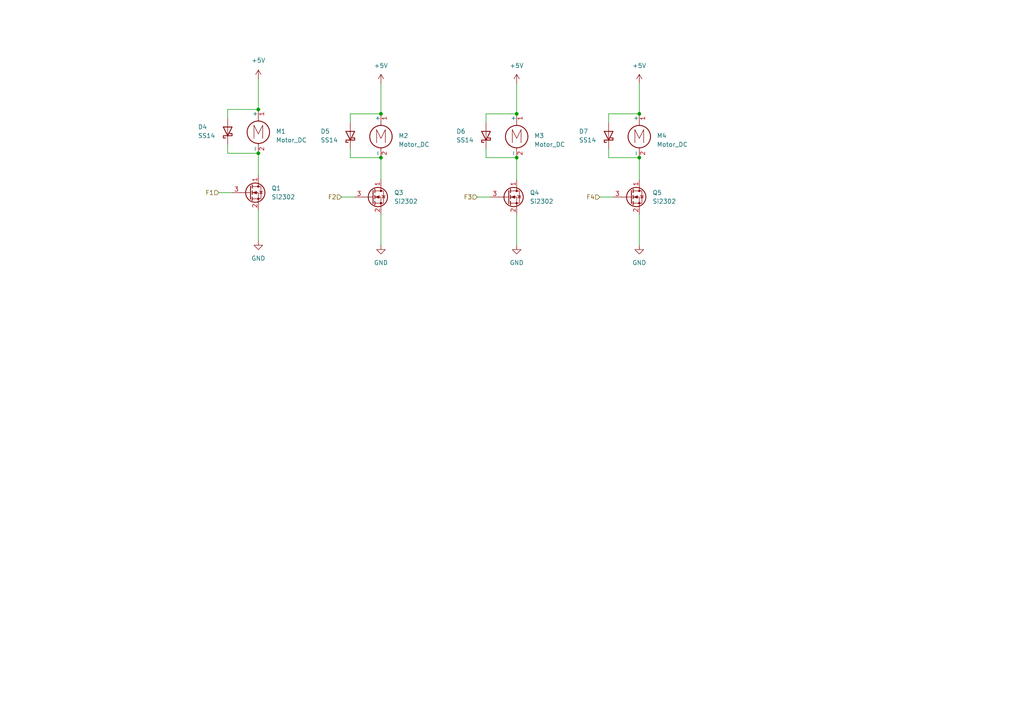
<source format=kicad_sch>
(kicad_sch (version 20231120) (generator "eeschema") (generator_version "8.0")
  (paper "A4")
  (lib_symbols
    (symbol "Device:Q_NMOS_DSG" (pin_names (offset 0) hide)
      (property "Reference" "Q" (at 5.08 1.27 0))
      (property "Value" "Q_NMOS_DSG" (at 5.08 -1.27 0))
      (symbol "Q_NMOS_DSG_0_1"
        (polyline (pts (xy 0.254 0) (xy -2.54 0)))
        (polyline (pts (xy 0.254 1.905) (xy 0.254 -1.905)) (stroke (width 0.254)))
        (polyline (pts (xy 0.762 -1.27) (xy 0.762 -2.286)) (stroke (width 0.254)))
        (polyline (pts (xy 0.762 0.508) (xy 0.762 -0.508)) (stroke (width 0.254)))
        (polyline (pts (xy 0.762 2.286) (xy 0.762 1.27)) (stroke (width 0.254)))
        (polyline (pts (xy 2.54 2.54) (xy 2.54 1.778)))
        (polyline (pts (xy 2.54 -2.54) (xy 2.54 0) (xy 0.762 0)))
        (polyline (pts (xy 0.762 -1.778) (xy 3.302 -1.778) (xy 3.302 1.778) (xy 0.762 1.778)))
        (polyline (pts (xy 1.016 0) (xy 2.032 0.381) (xy 2.032 -0.381) (xy 1.016 0)) (fill (type outline)))
        (polyline (pts (xy 2.794 0.508) (xy 2.921 0.381) (xy 3.683 0.381) (xy 3.81 0.254)))
        (polyline (pts (xy 3.302 0.381) (xy 2.921 -0.254) (xy 3.683 -0.254) (xy 3.302 0.381)))
        (circle (center 1.651 0) (radius 2.794) (stroke (width 0.254)))
        (circle (center 2.54 -1.778) (radius 0.254) (fill (type outline)))
        (circle (center 2.54 1.778) (radius 0.254) (fill (type outline)))
      )
      (symbol "Q_NMOS_DSG_1_1"
        (pin passive line (at 2.54 5.08 270) (length 2.54) (name "D") (number "1"))
        (pin passive line (at 2.54 -5.08 90) (length 2.54) (name "S") (number "2"))
        (pin input line (at -5.08 0 0) (length 2.54) (name "G") (number "3"))
      )
    )
    (symbol "Diode:SS14" (pin_numbers hide) (pin_names (offset 1.016) hide)
      (property "Reference" "D" (at 0 2.54 0))
      (property "Value" "SS14" (at 0 -2.54 0))
      (symbol "SS14_0_1"
        (polyline (pts (xy 1.27 0) (xy -1.27 0)))
        (polyline (pts (xy 1.27 1.27) (xy 1.27 -1.27) (xy -1.27 0) (xy 1.27 1.27)) (stroke (width 0.254)))
        (polyline (pts (xy -1.905 0.635) (xy -1.905 1.27) (xy -1.27 1.27) (xy -1.27 -1.27) (xy -0.635 -1.27) (xy -0.635 -0.635)) (stroke (width 0.254)))
      )
      (symbol "SS14_1_1"
        (pin passive line (at -3.81 0 0) (length 2.54) (name "K") (number "1"))
        (pin passive line (at 3.81 0 180) (length 2.54) (name "A") (number "2"))
      )
    )
    (symbol "Motor:Motor_DC" (pin_names (offset 0))
      (property "Reference" "M" (at 2.54 2.54 0))
      (property "Value" "Motor_DC" (at 2.54 -5.08 0))
      (symbol "Motor_DC_0_0"
        (polyline (pts (xy -1.27 -3.302) (xy -1.27 0.508) (xy 0 -2.032) (xy 1.27 0.508) (xy 1.27 -3.302)))
      )
      (symbol "Motor_DC_0_1"
        (circle (center 0 -1.524) (radius 3.2512) (stroke (width 0.254)))
        (polyline (pts (xy 0 -7.62) (xy 0 -7.112)))
        (polyline (pts (xy 0 -4.7752) (xy 0 -5.1816)))
        (polyline (pts (xy 0 1.7272) (xy 0 2.0828)))
        (polyline (pts (xy 0 2.032) (xy 0 2.54)))
      )
      (symbol "Motor_DC_1_1"
        (pin passive line (at 0 5.08 270) (length 2.54) (name "+") (number "1"))
        (pin passive line (at 0 -7.62 90) (length 2.54) (name "-") (number "2"))
      )
    )
    (symbol "power:+12V" (power) (pin_numbers hide) (pin_names (offset 0) hide)
      (property "Value" "+12V" (at 0 3.556 0))
      (symbol "+12V_0_1"
        (polyline (pts (xy -0.762 1.27) (xy 0 2.54)))
        (polyline (pts (xy 0 0) (xy 0 2.54)))
        (polyline (pts (xy 0 2.54) (xy 0.762 1.27)))
      )
      (symbol "+12V_1_1"
        (pin power_in line (at 0 0 90) (length 0) (name "~") (number "1"))
      )
    )
    (symbol "power:GND" (power) (pin_numbers hide) (pin_names (offset 0) hide)
      (property "Value" "GND" (at 0 -3.81 0))
      (symbol "GND_0_1"
        (polyline (pts (xy 0 0) (xy 0 -1.27) (xy 1.27 -1.27) (xy 0 -2.54) (xy -1.27 -1.27) (xy 0 -1.27)))
      )
      (symbol "GND_1_1"
        (pin power_in line (at 0 0 270) (length 0) (name "~") (number "1"))
      )
    )
  )
  (junction (at 185.42 45.72))
  (junction (at 74.93 31.75))
  (junction (at 74.93 44.45))
  (junction (at 149.86 45.72))
  (junction (at 185.42 33.02))
  (junction (at 110.49 33.02))
  (junction (at 149.86 33.02))
  (junction (at 110.49 45.72))
  (wire (pts (xy 140.97 43.18) (xy 140.97 45.72)))
  (wire (pts (xy 66.04 31.75) (xy 74.93 31.75)))
  (wire (pts (xy 140.97 45.72) (xy 149.86 45.72)))
  (wire (pts (xy 74.93 22.86) (xy 74.93 31.75)))
  (wire (pts (xy 66.04 41.91) (xy 66.04 44.45)))
  (wire (pts (xy 99.06 57.15) (xy 102.87 57.15)))
  (wire (pts (xy 101.6 33.02) (xy 101.6 35.56)))
  (wire (pts (xy 74.93 44.45) (xy 74.93 50.8)))
  (wire (pts (xy 176.53 33.02) (xy 176.53 35.56)))
  (wire (pts (xy 101.6 33.02) (xy 110.49 33.02)))
  (wire (pts (xy 185.42 62.23) (xy 185.42 71.12)))
  (wire (pts (xy 173.99 57.15) (xy 177.8 57.15)))
  (wire (pts (xy 140.97 33.02) (xy 149.86 33.02)))
  (wire (pts (xy 176.53 45.72) (xy 185.42 45.72)))
  (wire (pts (xy 185.42 24.13) (xy 185.42 33.02)))
  (wire (pts (xy 176.53 43.18) (xy 176.53 45.72)))
  (wire (pts (xy 63.5 55.88) (xy 67.31 55.88)))
  (wire (pts (xy 66.04 44.45) (xy 74.93 44.45)))
  (wire (pts (xy 101.6 45.72) (xy 110.49 45.72)))
  (wire (pts (xy 149.86 24.13) (xy 149.86 33.02)))
  (wire (pts (xy 74.93 60.96) (xy 74.93 69.85)))
  (wire (pts (xy 138.43 57.15) (xy 142.24 57.15)))
  (wire (pts (xy 110.49 62.23) (xy 110.49 71.12)))
  (wire (pts (xy 66.04 31.75) (xy 66.04 34.29)))
  (wire (pts (xy 149.86 45.72) (xy 149.86 52.07)))
  (wire (pts (xy 185.42 45.72) (xy 185.42 52.07)))
  (wire (pts (xy 140.97 33.02) (xy 140.97 35.56)))
  (wire (pts (xy 110.49 45.72) (xy 110.49 52.07)))
  (wire (pts (xy 149.86 62.23) (xy 149.86 71.12)))
  (wire (pts (xy 101.6 43.18) (xy 101.6 45.72)))
  (wire (pts (xy 110.49 24.13) (xy 110.49 33.02)))
  (wire (pts (xy 176.53 33.02) (xy 185.42 33.02)))
  (hierarchical_label "F4" (shape input) (at 173.99 57.15 180))
  (hierarchical_label "F1" (shape input) (at 63.5 55.88 180))
  (hierarchical_label "F3" (shape input) (at 138.43 57.15 180))
  (hierarchical_label "F2" (shape input) (at 99.06 57.15 180))
  (symbol (lib_id "power:+12V") (at 110.49 24.13 0) (unit 1)
    (property "Reference" "#PWR026" (effects (hide yes)))
    (property "Value" "+5V" (at 110.49 19.05 0))
    (property "Description" "Power symbol creates a global label with name \"+12V\"" (effects (hide yes)))
  )
  (symbol (lib_id "Motor:Motor_DC") (at 74.93 36.83 0) (unit 1)
    (property "Reference" "M1" (at 80.01 38.0999 0) (effects (justify left)))
    (property "Value" "Motor_DC" (at 80.01 40.6399 0) (effects (justify left)))
    (property "Description" "DC Motor" (effects (hide yes)))
  )
  (symbol (lib_id "Diode:SS14") (at 66.04 38.1 90) (unit 1)
    (property "Reference" "D4" (at 57.404 36.83 90) (effects (justify right)))
    (property "Value" "SS14" (at 57.404 39.37 90) (effects (justify right)))
    (property "Footprint" "Diode_SMD:D_SMA" (effects (hide yes)))
    (property "Datasheet" "https://www.vishay.com/docs/88746/ss12.pdf" (effects (hide yes)))
    (property "Description" "40V 1A Schottky Diode, SMA" (effects (hide yes)))
  )
  (symbol (lib_id "power:+12V") (at 149.86 24.13 0) (unit 1)
    (property "Reference" "#PWR028" (effects (hide yes)))
    (property "Value" "+5V" (at 149.86 19.05 0))
    (property "Description" "Power symbol creates a global label with name \"+12V\"" (effects (hide yes)))
  )
  (symbol (lib_id "Diode:SS14") (at 176.53 39.37 90) (unit 1)
    (property "Reference" "D7" (at 167.894 38.1 90) (effects (justify right)))
    (property "Value" "SS14" (at 167.894 40.64 90) (effects (justify right)))
    (property "Footprint" "Diode_SMD:D_SMA" (effects (hide yes)))
    (property "Datasheet" "https://www.vishay.com/docs/88746/ss12.pdf" (effects (hide yes)))
    (property "Description" "40V 1A Schottky Diode, SMA" (effects (hide yes)))
  )
  (symbol (lib_id "power:GND") (at 74.93 69.85 0) (unit 1)
    (property "Reference" "#PWR025" (effects (hide yes)))
    (property "Value" "GND" (at 74.93 74.93 0))
    (property "Description" "Power symbol creates a global label with name \"GND\" , ground" (effects (hide yes)))
  )
  (symbol (lib_id "power:GND") (at 110.49 71.12 0) (unit 1)
    (property "Reference" "#PWR027" (effects (hide yes)))
    (property "Value" "GND" (at 110.49 76.2 0))
    (property "Description" "Power symbol creates a global label with name \"GND\" , ground" (effects (hide yes)))
  )
  (symbol (lib_id "Device:Q_NMOS_DSG") (at 147.32 57.15 0) (unit 1)
    (property "Reference" "Q4" (at 153.67 55.8799 0) (effects (justify left)))
    (property "Value" "Si2302" (at 153.67 58.4199 0) (effects (justify left)))
    (property "Footprint" "Si2302CDS:SOT95P237X111-3N" (effects (hide yes)))
    (property "Description" "N-MOSFET transistor, drain/source/gate" (effects (hide yes)))
  )
  (symbol (lib_id "Motor:Motor_DC") (at 149.86 38.1 0) (unit 1)
    (property "Reference" "M3" (at 154.94 39.3699 0) (effects (justify left)))
    (property "Value" "Motor_DC" (at 154.94 41.9099 0) (effects (justify left)))
    (property "Description" "DC Motor" (effects (hide yes)))
  )
  (symbol (lib_id "Motor:Motor_DC") (at 185.42 38.1 0) (unit 1)
    (property "Reference" "M4" (at 190.5 39.3699 0) (effects (justify left)))
    (property "Value" "Motor_DC" (at 190.5 41.9099 0) (effects (justify left)))
    (property "Description" "DC Motor" (effects (hide yes)))
  )
  (symbol (lib_id "Device:Q_NMOS_DSG") (at 107.95 57.15 0) (unit 1)
    (property "Reference" "Q3" (at 114.3 55.8799 0) (effects (justify left)))
    (property "Value" "Si2302" (at 114.3 58.4199 0) (effects (justify left)))
    (property "Footprint" "Si2302CDS:SOT95P237X111-3N" (effects (hide yes)))
    (property "Description" "N-MOSFET transistor, drain/source/gate" (effects (hide yes)))
  )
  (symbol (lib_id "Device:Q_NMOS_DSG") (at 182.88 57.15 0) (unit 1)
    (property "Reference" "Q5" (at 189.23 55.8799 0) (effects (justify left)))
    (property "Value" "Si2302" (at 189.23 58.4199 0) (effects (justify left)))
    (property "Footprint" "Si2302CDS:SOT95P237X111-3N" (effects (hide yes)))
    (property "Description" "N-MOSFET transistor, drain/source/gate" (effects (hide yes)))
  )
  (symbol (lib_id "power:+12V") (at 74.93 22.86 0) (unit 1)
    (property "Reference" "#PWR024" (effects (hide yes)))
    (property "Value" "+5V" (at 72.898 17.526 0) (effects (justify left)))
    (property "Description" "Power symbol creates a global label with name \"+12V\"" (effects (hide yes)))
  )
  (symbol (lib_id "power:+12V") (at 185.42 24.13 0) (unit 1)
    (property "Reference" "#PWR030" (effects (hide yes)))
    (property "Value" "+5V" (at 185.42 19.05 0))
    (property "Description" "Power symbol creates a global label with name \"+12V\"" (effects (hide yes)))
  )
  (symbol (lib_id "power:GND") (at 185.42 71.12 0) (unit 1)
    (property "Reference" "#PWR040" (effects (hide yes)))
    (property "Value" "GND" (at 185.42 76.2 0))
    (property "Description" "Power symbol creates a global label with name \"GND\" , ground" (effects (hide yes)))
  )
  (symbol (lib_id "Diode:SS14") (at 101.6 39.37 90) (unit 1)
    (property "Reference" "D5" (at 92.964 38.1 90) (effects (justify right)))
    (property "Value" "SS14" (at 92.964 40.64 90) (effects (justify right)))
    (property "Footprint" "Diode_SMD:D_SMA" (effects (hide yes)))
    (property "Datasheet" "https://www.vishay.com/docs/88746/ss12.pdf" (effects (hide yes)))
    (property "Description" "40V 1A Schottky Diode, SMA" (effects (hide yes)))
  )
  (symbol (lib_id "Motor:Motor_DC") (at 110.49 38.1 0) (unit 1)
    (property "Reference" "M2" (at 115.57 39.3699 0) (effects (justify left)))
    (property "Value" "Motor_DC" (at 115.57 41.9099 0) (effects (justify left)))
    (property "Description" "DC Motor" (effects (hide yes)))
  )
  (symbol (lib_id "Device:Q_NMOS_DSG") (at 72.39 55.88 0) (unit 1)
    (property "Reference" "Q1" (at 78.74 54.6099 0) (effects (justify left)))
    (property "Value" "Si2302" (at 78.74 57.1499 0) (effects (justify left)))
    (property "Footprint" "Si2302CDS:SOT95P237X111-3N" (effects (hide yes)))
    (property "Description" "N-MOSFET transistor, drain/source/gate" (effects (hide yes)))
  )
  (symbol (lib_id "power:GND") (at 149.86 71.12 0) (unit 1)
    (property "Reference" "#PWR029" (effects (hide yes)))
    (property "Value" "GND" (at 149.86 76.2 0))
    (property "Description" "Power symbol creates a global label with name \"GND\" , ground" (effects (hide yes)))
  )
  (symbol (lib_id "Diode:SS14") (at 140.97 39.37 90) (unit 1)
    (property "Reference" "D6" (at 132.334 38.1 90) (effects (justify right)))
    (property "Value" "SS14" (at 132.334 40.64 90) (effects (justify right)))
    (property "Footprint" "Diode_SMD:D_SMA" (effects (hide yes)))
    (property "Datasheet" "https://www.vishay.com/docs/88746/ss12.pdf" (effects (hide yes)))
    (property "Description" "40V 1A Schottky Diode, SMA" (effects (hide yes)))
  )
)
</source>
